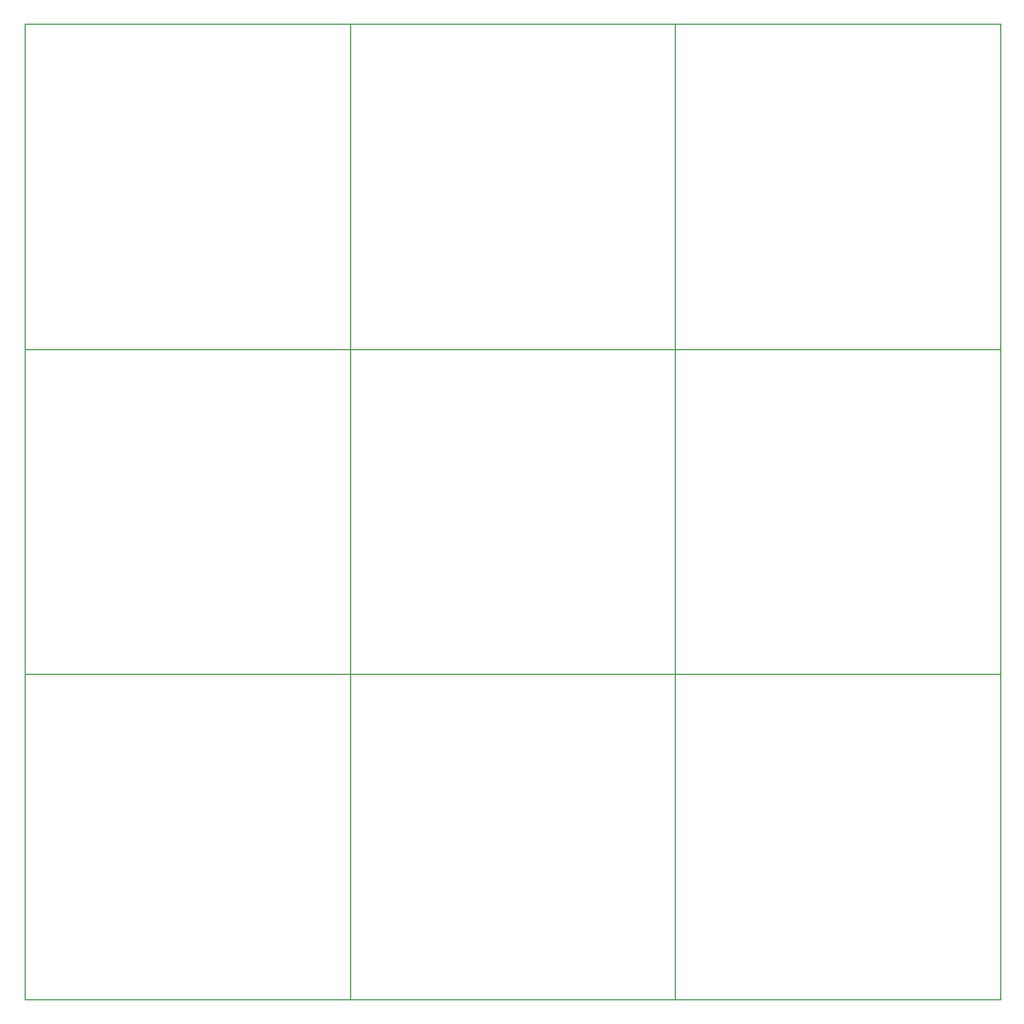
<source format=gbr>
G04 #@! TF.GenerationSoftware,KiCad,Pcbnew,5.1.5+dfsg1-2build2*
G04 #@! TF.CreationDate,2022-03-05T22:13:21-05:00*
G04 #@! TF.ProjectId,,58585858-5858-4585-9858-585858585858,rev?*
G04 #@! TF.SameCoordinates,Original*
G04 #@! TF.FileFunction,Legend,Bot*
G04 #@! TF.FilePolarity,Positive*
%FSLAX46Y46*%
G04 Gerber Fmt 4.6, Leading zero omitted, Abs format (unit mm)*
G04 Created by KiCad (PCBNEW 5.1.5+dfsg1-2build2) date 2022-03-05 22:13:21*
%MOMM*%
%LPD*%
G04 APERTURE LIST*
%ADD10C,0.050000*%
G04 APERTURE END LIST*
D10*
X150427800Y-108121560D02*
X150427800Y-136021560D01*
X122527800Y-108121560D02*
X122527800Y-136021560D01*
X94627800Y-108121560D02*
X94627800Y-136021560D01*
X150427800Y-80221560D02*
X150427800Y-108121560D01*
X122527800Y-80221560D02*
X122527800Y-108121560D01*
X94627800Y-80221560D02*
X94627800Y-108121560D01*
X150427800Y-52321560D02*
X150427800Y-80221560D01*
X122527800Y-52321560D02*
X122527800Y-80221560D01*
X150427800Y-136021560D02*
X178327800Y-136021560D01*
X122527800Y-136021560D02*
X150427800Y-136021560D01*
X94627800Y-136021560D02*
X122527800Y-136021560D01*
X150427800Y-108121560D02*
X178327800Y-108121560D01*
X122527800Y-108121560D02*
X150427800Y-108121560D01*
X94627800Y-108121560D02*
X122527800Y-108121560D01*
X150427800Y-80221560D02*
X178327800Y-80221560D01*
X122527800Y-80221560D02*
X150427800Y-80221560D01*
X178327800Y-108121560D02*
X178327800Y-136021560D01*
X150427800Y-108121560D02*
X150427800Y-136021560D01*
X122527800Y-108121560D02*
X122527800Y-136021560D01*
X178327800Y-80221560D02*
X178327800Y-108121560D01*
X150427800Y-80221560D02*
X150427800Y-108121560D01*
X122527800Y-80221560D02*
X122527800Y-108121560D01*
X178327800Y-52321560D02*
X178327800Y-80221560D01*
X150427800Y-52321560D02*
X150427800Y-80221560D01*
X150427800Y-108121560D02*
X178327800Y-108121560D01*
X122527800Y-108121560D02*
X150427800Y-108121560D01*
X94627800Y-108121560D02*
X122527800Y-108121560D01*
X150427800Y-80221560D02*
X178327800Y-80221560D01*
X122527800Y-80221560D02*
X150427800Y-80221560D01*
X94627800Y-80221560D02*
X122527800Y-80221560D01*
X150427800Y-52321560D02*
X178327800Y-52321560D01*
X122527800Y-52321560D02*
X150427800Y-52321560D01*
X94627800Y-80221560D02*
X122527800Y-80221560D01*
X122527800Y-52321560D02*
X122527800Y-80221560D01*
X94627800Y-52321560D02*
X122527800Y-52321560D01*
X94627800Y-52321560D02*
X94627800Y-80221560D01*
M02*

</source>
